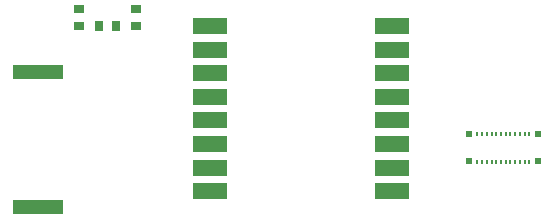
<source format=gtp>
G04*
G04 #@! TF.GenerationSoftware,Altium Limited,Altium Designer,19.1.5 (86)*
G04*
G04 Layer_Color=8421504*
%FSLAX25Y25*%
%MOIN*%
G70*
G01*
G75*
%ADD14R,0.11811X0.05512*%
%ADD15R,0.16535X0.04724*%
%ADD16R,0.01968X0.01850*%
%ADD17R,0.00945X0.01772*%
%ADD18R,0.03543X0.03150*%
%ADD19R,0.03150X0.03543*%
D14*
X129528Y9449D02*
D03*
Y17323D02*
D03*
Y25197D02*
D03*
Y33071D02*
D03*
Y40945D02*
D03*
Y48819D02*
D03*
Y56693D02*
D03*
Y64567D02*
D03*
X68898D02*
D03*
Y56693D02*
D03*
Y48819D02*
D03*
Y40945D02*
D03*
Y33071D02*
D03*
Y25197D02*
D03*
Y17323D02*
D03*
Y9449D02*
D03*
D15*
X11417Y4331D02*
D03*
Y49331D02*
D03*
D16*
X178150Y28524D02*
D03*
Y19508D02*
D03*
X154921D02*
D03*
Y28524D02*
D03*
D17*
X175197Y28642D02*
D03*
Y19390D02*
D03*
X173622Y28642D02*
D03*
Y19390D02*
D03*
X172047Y28642D02*
D03*
Y19390D02*
D03*
X170472Y28642D02*
D03*
Y19390D02*
D03*
X168898Y28642D02*
D03*
Y19390D02*
D03*
X167323Y28642D02*
D03*
Y19390D02*
D03*
X165748Y28642D02*
D03*
Y19390D02*
D03*
X164173Y28642D02*
D03*
Y19390D02*
D03*
X162598Y28642D02*
D03*
Y19390D02*
D03*
X161024Y28642D02*
D03*
Y19390D02*
D03*
X159449Y28642D02*
D03*
Y19390D02*
D03*
X157874Y28642D02*
D03*
Y19390D02*
D03*
D18*
X44094Y64567D02*
D03*
Y70079D02*
D03*
X25197Y64567D02*
D03*
Y70079D02*
D03*
D19*
X31890Y64567D02*
D03*
X37402D02*
D03*
M02*

</source>
